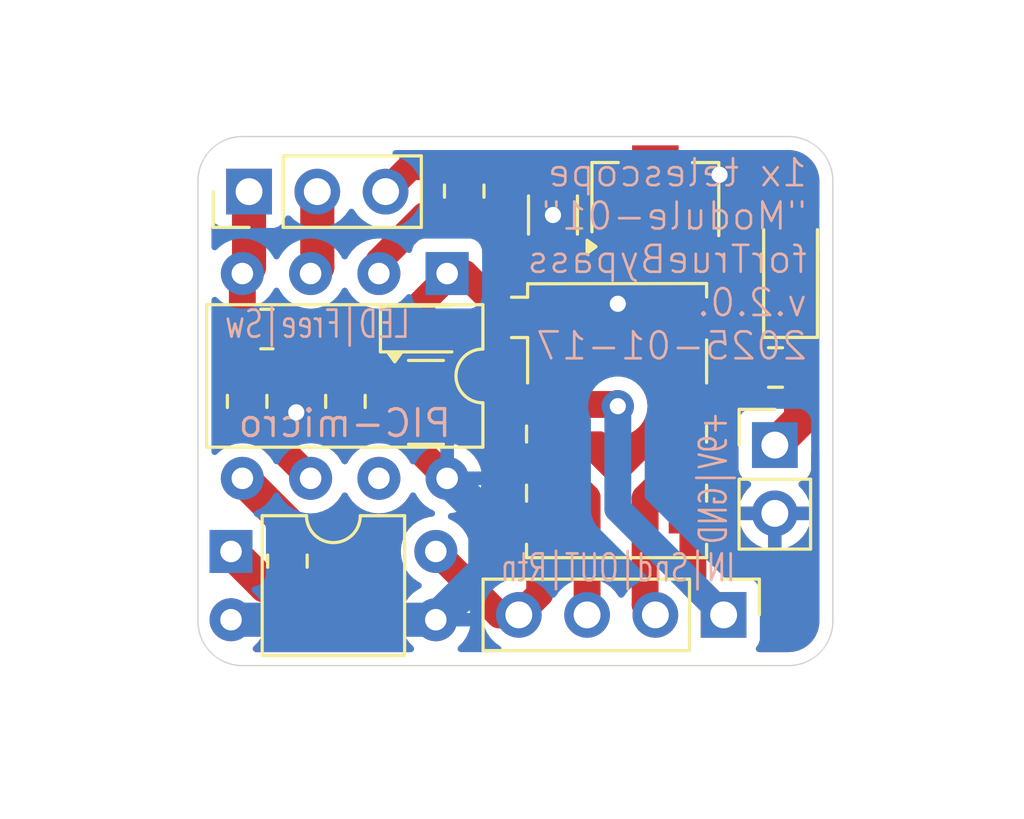
<source format=kicad_pcb>
(kicad_pcb (version 20240108) (generator "pcbnew") (generator_version "8.0")
  (title_block (title "Module01") (date "2025-03-31") (rev "2.0") (company "1x telescope"))
  (layers (0 "F.Cu" signal) (31 "B.Cu" signal) (34 "B.Paste" user) (35 "F.Paste" user) (36 "B.SilkS" user "B.Silkscreen") (37 "F.SilkS" user "F.Silkscreen") (38 "B.Mask" user) (39 "F.Mask" user) (44 "Edge.Cuts" user))
  (net 0 "")
  (net 1 "GND")
  (net 2 "+9V")
  (net 3 "+5V")
  (net 4 "LED")
  (net 5 "Send")
  (net 6 "Relay")
  (net 7 "Coupler")
  (net 8 "Return")
  (net 9 "OUTPUT")
  (net 10 "Switch")
  (net 11 "INPUT")
  (net 12 "Free")
  (net 14 "Net-(Q1-B)")
  (net 15 "Net-(D1-A)")
  (net 16 "Net-(R3-Pad1)")
  (net 17 "Net-(U2-GP5)")
  (footprint "Connector_PinHeader_2.54mm:PinHeader_1x04_P2.54mm_Vertical" (layer "F.Cu") (at 83.7692 43.4949 -90)
    (property "Reference" "J2" (hide yes))
    (property "Value" "Conn_01x07_Pin")
    (fp_line (start -1.33 8.95) (end 1.33 8.95) (stroke (width 0.12)) (layer "F.SilkS"))
    (fp_line (start -1.33 1.27) (end -1.33 8.95) (stroke (width 0.12)) (layer "F.SilkS"))
    (fp_line (start -1.33 1.27) (end 1.33 1.27) (stroke (width 0.12)) (layer "F.SilkS"))
    (fp_line (start 1.33 1.27) (end 1.33 8.95) (stroke (width 0.12)) (layer "F.SilkS"))
    (fp_line (start -1.33 0) (end -1.33 -1.33) (stroke (width 0.12)) (layer "F.SilkS"))
    (fp_line (start -1.33 -1.33) (end 0 -1.33) (stroke (width 0.12)) (layer "F.SilkS"))
    (pad "1" thru_hole rect (at 0 0 270) (size 1.7 1.7) (drill 1) (layers "*.Cu" "*.Mask") (net 11 "INPUT"))
    (pad "2" thru_hole oval (at 0 2.54 270) (size 1.7 1.7) (drill 1) (layers "*.Cu" "*.Mask") (net 5 "Send"))
    (pad "3" thru_hole oval (at 0 5.08 270) (size 1.7 1.7) (drill 1) (layers "*.Cu" "*.Mask") (net 9 "OUTPUT"))
    (pad "4" thru_hole oval (at 0 7.62 270) (size 1.7 1.7) (drill 1) (layers "*.Cu" "*.Mask") (net 8 "Return"))
  )
  (footprint "Diode_SMD:D_SOD-323" (layer "F.Cu") (at 72.61 32.8597)
    (property "Reference" "D1" (hide yes))
    (property "Value" "CD4148W")
    (fp_line (start -1.61 -0.85) (end -1.61 0.85) (stroke (width 0.12)) (layer "F.SilkS"))
    (fp_line (start -1.61 -0.85) (end 1.05 -0.85) (stroke (width 0.12)) (layer "F.SilkS"))
    (fp_line (start -1.61 0.85) (end 1.05 0.85) (stroke (width 0.12)) (layer "F.SilkS"))
    (pad "1" smd roundrect (at -1.05 0) (size 0.6 0.45) (layers "F.Cu" "F.Paste" "F.Mask") (net 3 "+5V"))
    (pad "2" smd roundrect (at 1.05 0) (size 0.6 0.45) (layers "F.Cu" "F.Paste" "F.Mask") (net 15 "Net-(D1-A)"))
  )
  (footprint "Connector_PinHeader_2.54mm:PinHeader_1x03_P2.54mm_Vertical" (layer "F.Cu") (at 66.1112 27.7469 90)
    (property "Reference" "J3" (hide yes))
    (property "Value" "Conn_01x07_Pin")
    (fp_line (start -1.33 -1.33) (end 0 -1.33) (stroke (width 0.12)) (layer "F.SilkS"))
    (fp_line (start -1.33 0) (end -1.33 -1.33) (stroke (width 0.12)) (layer "F.SilkS"))
    (fp_line (start 1.33 1.27) (end 1.33 6.41) (stroke (width 0.12)) (layer "F.SilkS"))
    (fp_line (start -1.33 1.27) (end 1.33 1.27) (stroke (width 0.12)) (layer "F.SilkS"))
    (fp_line (start -1.33 1.27) (end -1.33 6.41) (stroke (width 0.12)) (layer "F.SilkS"))
    (fp_line (start -1.33 6.41) (end 1.33 6.41) (stroke (width 0.12)) (layer "F.SilkS"))
    (pad "1" thru_hole rect (at 0 0 90) (size 1.7 1.7) (drill 1) (layers "*.Cu" "*.Mask") (net 10 "Switch"))
    (pad "2" thru_hole oval (at 0 2.54 90) (size 1.7 1.7) (drill 1) (layers "*.Cu" "*.Mask") (net 12 "Free"))
    (pad "3" thru_hole oval (at 0 5.08 90) (size 1.7 1.7) (drill 1) (layers "*.Cu" "*.Mask") (net 4 "LED"))
  )
  (footprint "Package_DIP:DIP-8_W7.62mm" (layer "F.Cu") (at 73.4822 30.7949 -90)
    (property "Reference" "U2" (hide yes))
    (property "Value" "PIC12F675-xP")
    (fp_line (start 1.16 8.95) (end 6.46 8.95) (stroke (width 0.12)) (layer "F.SilkS"))
    (fp_line (start 6.46 8.95) (end 6.46 -1.33) (stroke (width 0.12)) (layer "F.SilkS"))
    (fp_line (start 1.16 -1.33) (end 1.16 8.95) (stroke (width 0.12)) (layer "F.SilkS"))
    (fp_line (start 2.81 -1.33) (end 1.16 -1.33) (stroke (width 0.12)) (layer "F.SilkS"))
    (fp_line (start 6.46 -1.33) (end 4.81 -1.33) (stroke (width 0.12)) (layer "F.SilkS"))
    (fp_arc (start 4.81 -1.33) (mid 3.81 -0.33) (end 2.81 -1.33) (stroke (width 0.12)) (layer "F.SilkS"))
    (pad "1" thru_hole rect (at 0 0 270) (size 1.6 1.6) (drill 0.8) (layers "*.Cu" "*.Mask") (net 3 "+5V"))
    (pad "2" thru_hole oval (at 0 2.54 270) (size 1.6 1.6) (drill 0.8) (layers "*.Cu" "*.Mask") (net 17 "Net-(U2-GP5)"))
    (pad "3" thru_hole oval (at 0 5.08 270) (size 1.6 1.6) (drill 0.8) (layers "*.Cu" "*.Mask") (net 12 "Free"))
    (pad "4" thru_hole oval (at 0 7.62 270) (size 1.6 1.6) (drill 0.8) (layers "*.Cu" "*.Mask") (net 10 "Switch"))
    (pad "5" thru_hole oval (at 7.62 7.62 270) (size 1.6 1.6) (drill 0.8) (layers "*.Cu" "*.Mask") (net 7 "Coupler"))
    (pad "6" thru_hole oval (at 7.62 5.08 270) (size 1.6 1.6) (drill 0.8) (layers "*.Cu" "*.Mask") (net 6 "Relay"))
    (pad "7" thru_hole oval (at 7.62 2.54 270) (size 1.6 1.6) (drill 0.8) (layers "*.Cu" "*.Mask"))
    (pad "8" thru_hole oval (at 7.62 0 270) (size 1.6 1.6) (drill 0.8) (layers "*.Cu" "*.Mask") (net 1 "GND"))
  )
  (footprint "Connector_PinHeader_2.54mm:PinHeader_1x02_P2.54mm_Vertical" (layer "F.Cu") (at 85.6742 37.1777)
    (property "Reference" "J1" (hide yes))
    (property "Value" "Conn_01x07_Pin")
    (fp_line (start -1.33 -1.33) (end 0 -1.33) (stroke (width 0.12)) (layer "F.SilkS"))
    (fp_line (start -1.33 0) (end -1.33 -1.33) (stroke (width 0.12)) (layer "F.SilkS"))
    (fp_line (start -1.33 1.27) (end -1.33 3.87) (stroke (width 0.12)) (layer "F.SilkS"))
    (fp_line (start -1.33 1.27) (end 1.33 1.27) (stroke (width 0.12)) (layer "F.SilkS"))
    (fp_line (start -1.33 3.87) (end 1.33 3.87) (stroke (width 0.12)) (layer "F.SilkS"))
    (fp_line (start 1.33 1.27) (end 1.33 3.87) (stroke (width 0.12)) (layer "F.SilkS"))
    (pad "1" thru_hole rect (at 0 0) (size 1.7 1.7) (drill 1) (layers "*.Cu" "*.Mask") (net 2 "+9V"))
    (pad "2" thru_hole oval (at 0 2.54) (size 1.7 1.7) (drill 1) (layers "*.Cu" "*.Mask") (net 1 "GND"))
  )
  (footprint "Diode_SMD:D_SOD-123" (layer "F.Cu") (at 86.2584 30.8112 90)
    (property "Reference" "D2" (hide yes))
    (property "Value" "4007")
    (fp_line (start -2.36 -1) (end 1.65 -1) (stroke (width 0.12)) (layer "F.SilkS"))
    (fp_line (start -2.36 -1) (end -2.36 1) (stroke (width 0.12)) (layer "F.SilkS"))
    (fp_line (start -2.36 1) (end 1.65 1) (stroke (width 0.12)) (layer "F.SilkS"))
    (pad "1" smd roundrect (at -1.65 0 90) (size 0.9 1.2) (layers "F.Cu" "F.Paste" "F.Mask") (net 2 "+9V"))
    (pad "2" smd roundrect (at 1.65 0 90) (size 0.9 1.2) (layers "F.Cu" "F.Paste" "F.Mask") (net 1 "GND"))
  )
  (footprint "Package_TO_SOT_SMD:SOT-23" (layer "F.Cu") (at 72.6948 35.5877)
    (property "Reference" "Q1" (hide yes))
    (property "Value" "2N3904")
    (fp_line (start 0 -1.56) (end -0.65 -1.56) (stroke (width 0.12)) (layer "F.SilkS"))
    (fp_line (start 0 -1.56) (end 0.65 -1.56) (stroke (width 0.12)) (layer "F.SilkS"))
    (fp_line (start 0 1.56) (end -0.65 1.56) (stroke (width 0.12)) (layer "F.SilkS"))
    (fp_line (start 0 1.56) (end 0.65 1.56) (stroke (width 0.12)) (layer "F.SilkS"))
    (fp_poly (pts (xy -1.1625 -1.51) (xy -1.4025 -1.84) (xy -0.9225 -1.84) (xy -1.1625 -1.51)) (stroke (width 0.12)) (fill solid) (layer "F.SilkS"))
    (pad "1" smd roundrect (at -0.9375 0.95) (size 1.475 0.6) (layers "F.Cu" "F.Paste" "F.Mask") (net 1 "GND"))
    (pad "2" smd roundrect (at -0.9375 -0.95) (size 1.475 0.6) (layers "F.Cu" "F.Paste" "F.Mask") (net 14 "Net-(Q1-B)"))
    (pad "3" smd roundrect (at 0.9375 0) (size 1.475 0.6) (layers "F.Cu" "F.Paste" "F.Mask") (net 15 "Net-(D1-A)"))
  )
  (footprint "Package_TO_SOT_SMD:SOT-89-3" (layer "F.Cu") (at 81.2292 28.0254 90)
    (property "Reference" "U3" (hide yes))
    (property "Value" "MC78L05_SOT89")
    (fp_line (start -1.22 -2.36) (end 1.36 -2.36) (stroke (width 0.12)) (layer "F.SilkS"))
    (fp_line (start 1.36 -1.38) (end 1.36 -2.36) (stroke (width 0.12)) (layer "F.SilkS"))
    (fp_line (start 1.36 1.38) (end 1.36 2.36) (stroke (width 0.12)) (layer "F.SilkS"))
    (fp_line (start 1.36 2.36) (end -1.36 2.36) (stroke (width 0.12)) (layer "F.SilkS"))
    (fp_poly (pts (xy -1.77 -2.21) (xy -2.01 -2.54) (xy -1.53 -2.54) (xy -1.77 -2.21)) (stroke (width 0.12)) (fill solid) (layer "F.SilkS"))
    (pad "1" smd roundrect (at -1.95 -1.5 90) (size 1.3 0.9) (layers "F.Cu" "F.Paste" "F.Mask") (net 3 "+5V"))
    (pad "2" smd custom (at -1.8625 0 90) (size 1.475 0.9) (layers "F.Cu" "F.Paste" "F.Mask") (net 1 "GND") (options (clearance outline) (anchor rect)) (primitives (gr_poly (pts (xy 3.8625 0.8665) (xy 0.7375 0.8665) (xy 0.7375 -0.8665) (xy 3.8625 -0.8665)) (width 0) (fill yes))))
    (pad "3" smd roundrect (at -1.95 1.5 90) (size 1.3 0.9) (layers "F.Cu" "F.Paste" "F.Mask") (net 2 "+9V"))
  )
  (footprint "Resistor_SMD:R_0805_2012Metric" (layer "F.Cu") (at 66.04 35.5521 90)
    (property "Reference" "R1" (hide yes))
    (property "Value" "1k")
    (fp_line (start -0.227064 -0.735) (end 0.227064 -0.735) (stroke (width 0.12)) (layer "F.SilkS"))
    (fp_line (start -0.227064 0.735) (end 0.227064 0.735) (stroke (width 0.12)) (layer "F.SilkS"))
    (pad "1" smd roundrect (at -0.9125 0 90) (size 1.025 1.4) (layers "F.Cu" "F.Paste" "F.Mask") (roundrect_rratio 0.243902) (net 6 "Relay"))
    (pad "2" smd roundrect (at 0.9125 0 90) (size 1.025 1.4) (layers "F.Cu" "F.Paste" "F.Mask") (roundrect_rratio 0.243902) (net 14 "Net-(Q1-B)"))
  )
  (footprint "Resistor_SMD:R_0805_2012Metric" (layer "F.Cu") (at 67.5386 41.4957 90)
    (property "Reference" "R3" (hide yes))
    (property "Value" "220")
    (fp_line (start -0.227064 -0.735) (end 0.227064 -0.735) (stroke (width 0.12)) (layer "F.SilkS"))
    (fp_line (start -0.227064 0.735) (end 0.227064 0.735) (stroke (width 0.12)) (layer "F.SilkS"))
    (pad "1" smd roundrect (at -0.9125 0 90) (size 1.025 1.4) (layers "F.Cu" "F.Paste" "F.Mask") (roundrect_rratio 0.243902) (net 16 "Net-(R3-Pad1)"))
    (pad "2" smd roundrect (at 0.9125 0 90) (size 1.025 1.4) (layers "F.Cu" "F.Paste" "F.Mask") (roundrect_rratio 0.243902) (net 7 "Coupler"))
  )
  (footprint "Relay_SMD:Relay_DPDT_Omron_G6K-2G-Y" (layer "F.Cu") (at 79.7762 36.2659)
    (property "Reference" "K1" (hide yes))
    (property "Value" "Relay")
    (fp_line (start -3.34 0.8) (end -3.34 0.2) (stroke (width 0.12)) (layer "F.SilkS"))
    (fp_line (start -3.34 3) (end -3.34 2.4) (stroke (width 0.12)) (layer "F.SilkS"))
    (fp_line (start -3.34 5.1) (end -3.34 4.6) (stroke (width 0.12)) (layer "F.SilkS"))
    (fp_line (start -3.3 -5.09) (end -3.3 -4.59) (stroke (width 0.12)) (layer "F.SilkS"))
    (fp_line (start -3.3 -5.09) (end 3.36 -5.1) (stroke (width 0.12)) (layer "F.SilkS"))
    (fp_line (start -3.3 -4.59) (end -3.9 -4.59) (stroke (width 0.12)) (layer "F.SilkS"))
    (fp_line (start -3.3 -3.09) (end -3.9 -3.09) (stroke (width 0.12)) (layer "F.SilkS"))
    (fp_line (start -3.3 -1.4) (end -3.3 -3.09) (stroke (width 0.12)) (layer "F.SilkS"))
    (fp_line (start 3.36 -5.1) (end 3.36 -4.6) (stroke (width 0.12)) (layer "F.SilkS"))
    (fp_line (start 3.36 -3) (end 3.36 -1.4) (stroke (width 0.12)) (layer "F.SilkS"))
    (fp_line (start 3.36 0.2) (end 3.36 0.8) (stroke (width 0.12)) (layer "F.SilkS"))
    (fp_line (start 3.36 2.4) (end 3.36 3) (stroke (width 0.12)) (layer "F.SilkS"))
    (fp_line (start 3.36 4.6) (end 3.36 5.1) (stroke (width 0.12)) (layer "F.SilkS"))
    (fp_line (start 3.36 5.1) (end -3.34 5.1) (stroke (width 0.12)) (layer "F.SilkS"))
    (pad "1" smd rect (at -2.85 -3.8) (size 1.8 0.8) (layers "F.Cu" "F.Paste" "F.Mask") (net 3 "+5V"))
    (pad "2" smd rect (at -2.85 -0.6) (size 1.8 0.8) (layers "F.Cu" "F.Paste" "F.Mask") (net 11 "INPUT"))
    (pad "3" smd rect (at -2.85 1.6) (size 1.8 0.8) (layers "F.Cu" "F.Paste" "F.Mask") (net 9 "OUTPUT"))
    (pad "4" smd rect (at -2.85 3.8) (size 1.8 0.8) (layers "F.Cu" "F.Paste" "F.Mask") (net 8 "Return"))
    (pad "5" smd rect (at 2.85 3.8) (size 1.8 0.8) (layers "F.Cu" "F.Paste" "F.Mask") (net 11 "INPUT"))
    (pad "6" smd rect (at 2.85 1.6) (size 1.8 0.8) (layers "F.Cu" "F.Paste" "F.Mask") (net 5 "Send"))
    (pad "7" smd rect (at 2.85 -0.6) (size 1.8 0.8) (layers "F.Cu" "F.Paste" "F.Mask") (net 1 "GND"))
    (pad "8" smd rect (at 2.85 -3.8) (size 1.8 0.8) (layers "F.Cu" "F.Paste" "F.Mask") (net 15 "Net-(D1-A)"))
  )
  (footprint "Capacitor_SMD:C_0805_2012Metric" (layer "F.Cu") (at 85.6996 34.29 180)
    (property "Reference" "C1" (hide yes))
    (property "Value" "22uF")
    (fp_line (start -0.261252 0.735) (end 0.261252 0.735) (stroke (width 0.12)) (layer "F.SilkS"))
    (fp_line (start -0.261252 -0.735) (end 0.261252 -0.735) (stroke (width 0.12)) (layer "F.SilkS"))
    (pad "1" smd roundrect (at -0.95 0 180) (size 1 1.45) (layers "F.Cu" "F.Paste" "F.Mask") (net 2 "+9V"))
    (pad "2" smd roundrect (at 0.95 0 180) (size 1 1.45) (layers "F.Cu" "F.Paste" "F.Mask") (net 1 "GND"))
  )
  (footprint "Resistor_SMD:R_0805_2012Metric" (layer "F.Cu") (at 66.7747 32.8597 180)
    (property "Reference" "R4" (hide yes))
    (property "Value" "10k")
    (fp_line (start -0.227064 0.735) (end 0.227064 0.735) (stroke (width 0.12)) (layer "F.SilkS"))
    (fp_line (start -0.227064 -0.735) (end 0.227064 -0.735) (stroke (width 0.12)) (layer "F.SilkS"))
    (pad "1" smd roundrect (at -0.9125 0 180) (size 1.025 1.4) (layers "F.Cu" "F.Paste" "F.Mask") (roundrect_rratio 0.243902) (net 3 "+5V"))
    (pad "2" smd roundrect (at 0.9125 0 180) (size 1.025 1.4) (layers "F.Cu" "F.Paste" "F.Mask") (roundrect_rratio 0.243902) (net 10 "Switch"))
  )
  (footprint "Package_DIP:DIP-4_W7.62mm" (layer "F.Cu") (at 65.4404 41.1351)
    (property "Reference" "U1" (hide yes))
    (property "Value" "PC817")
    (fp_line (start 1.16 -1.33) (end 1.16 3.87) (stroke (width 0.12)) (layer "F.SilkS"))
    (fp_line (start 1.16 3.87) (end 6.46 3.87) (stroke (width 0.12)) (layer "F.SilkS"))
    (fp_line (start 2.81 -1.33) (end 1.16 -1.33) (stroke (width 0.12)) (layer "F.SilkS"))
    (fp_line (start 6.46 -1.33) (end 4.81 -1.33) (stroke (width 0.12)) (layer "F.SilkS"))
    (fp_line (start 6.46 3.87) (end 6.46 -1.33) (stroke (width 0.12)) (layer "F.SilkS"))
    (fp_arc (start 4.81 -1.33) (mid 3.81 -0.33) (end 2.81 -1.33) (stroke (width 0.12)) (layer "F.SilkS"))
    (pad "1" thru_hole rect (at 0 0) (size 1.6 1.6) (drill 0.8) (layers "*.Cu" "*.Mask") (net 16 "Net-(R3-Pad1)"))
    (pad "2" thru_hole oval (at 0 2.54) (size 1.6 1.6) (drill 0.8) (layers "*.Cu" "*.Mask") (net 1 "GND"))
    (pad "3" thru_hole oval (at 7.62 2.54) (size 1.6 1.6) (drill 0.8) (layers "*.Cu" "*.Mask") (net 1 "GND"))
    (pad "4" thru_hole oval (at 7.62 0) (size 1.6 1.6) (drill 0.8) (layers "*.Cu" "*.Mask") (net 8 "Return"))
  )
  (footprint "Resistor_SMD:R_0805_2012Metric" (layer "F.Cu") (at 74.1172 27.7289 90)
    (property "Reference" "R5" (hide yes))
    (property "Value" "4k7")
    (fp_line (start -0.227064 -0.735) (end 0.227064 -0.735) (stroke (width 0.12)) (layer "F.SilkS"))
    (fp_line (start -0.227064 0.735) (end 0.227064 0.735) (stroke (width 0.12)) (layer "F.SilkS"))
    (pad "1" smd roundrect (at -0.9125 0 90) (size 1.025 1.4) (layers "F.Cu" "F.Paste" "F.Mask") (roundrect_rratio 0.243902) (net 17 "Net-(U2-GP5)"))
    (pad "2" smd roundrect (at 0.9125 0 90) (size 1.025 1.4) (layers "F.Cu" "F.Paste" "F.Mask") (roundrect_rratio 0.243902) (net 4 "LED"))
  )
  (footprint "Capacitor_SMD:C_1206_3216Metric" (layer "F.Cu") (at 77.4192 28.6179 90)
    (property "Reference" "C2" (hide yes))
    (property "Value" "47uF")
    (fp_line (start -0.711252 -0.91) (end 0.711252 -0.91) (stroke (width 0.12)) (layer "F.SilkS"))
    (fp_line (start -0.711252 0.91) (end 0.711252 0.91) (stroke (width 0.12)) (layer "F.SilkS"))
    (pad "1" smd roundrect (at -1.475 0 90) (size 1.15 1.8) (layers "F.Cu" "F.Paste" "F.Mask") (roundrect_rratio 0.217391) (net 3 "+5V"))
    (pad "2" smd roundrect (at 1.475 0 90) (size 1.15 1.8) (layers "F.Cu" "F.Paste" "F.Mask") (roundrect_rratio 0.217391) (net 1 "GND"))
  )
  (footprint "Resistor_SMD:R_0805_2012Metric" (layer "F.Cu") (at 69.6976 35.5521 90)
    (property "Reference" "R2" (hide yes))
    (property "Value" "10k")
    (fp_line (start -0.227064 -0.735) (end 0.227064 -0.735) (stroke (width 0.12)) (layer "F.SilkS"))
    (fp_line (start -0.227064 0.735) (end 0.227064 0.735) (stroke (width 0.12)) (layer "F.SilkS"))
    (pad "1" smd roundrect (at -0.9125 0 90) (size 1.025 1.4) (layers "F.Cu" "F.Paste" "F.Mask") (roundrect_rratio 0.243902) (net 1 "GND"))
    (pad "2" smd roundrect (at 0.9125 0 90) (size 1.025 1.4) (layers "F.Cu" "F.Paste" "F.Mask") (roundrect_rratio 0.243902) (net 14 "Net-(Q1-B)"))
  )
  (gr_line (start 65.8622 45.3819) (end 86.1822 45.3819) (stroke (width 0.05)) (layer "Edge.Cuts"))
  (gr_arc (start 87.8332 43.7309) (mid 87.349633 44.898333) (end 86.1822 45.3819) (stroke (width 0.05)) (layer "Edge.Cuts"))
  (gr_line (start 64.2112 27.3479) (end 64.2112 43.7309) (stroke (width 0.05)) (layer "Edge.Cuts"))
  (gr_arc (start 64.2112 27.3479) (mid 64.694767 26.180467) (end 65.8622 25.6969) (stroke (width 0.05)) (layer "Edge.Cuts"))
  (gr_arc (start 65.8622 45.3819) (mid 64.694767 44.898333) (end 64.2112 43.7309) (stroke (width 0.05)) (layer "Edge.Cuts"))
  (gr_arc (start 86.1822 25.6969) (mid 87.349633 26.180467) (end 87.8332 27.3479) (stroke (width 0.05)) (layer "Edge.Cuts"))
  (gr_line (start 65.8622 25.6969) (end 86.1822 25.6969) (stroke (width 0.05)) (layer "Edge.Cuts"))
  (gr_line (start 87.8332 27.3479) (end 87.8332 43.7309) (stroke (width 0.05)) (layer "Edge.Cuts"))
  (gr_text "LED|Free|Sw" (at 68.6562 32.6819 0) (layer "B.SilkS") (effects (font (size 1 0.7) (thickness 0.1)) (justify mirror)))
  (gr_text "1x telescope\n{dblquote}Module-01{dblquote}\nforTrueBypass\nv.2.0.\n2025-01-17" (at 86.9442 30.2689 0) (layer "B.SilkS") (effects (font (size 1 1) (thickness 0.1)) (justify left mirror)))
  (gr_text "PIC-micro" (at 69.6722 36.3649 0) (layer "B.SilkS") (effects (font (size 1 1) (thickness 0.125)) (justify mirror)))
  (gr_text "IN|Snd|OUT|Rtn" (at 79.8322 42.3339 0) (layer "B.SilkS") (effects (font (size 1 0.7) (thickness 0.1)) (justify bottom mirror)))
  (gr_text "+9V|GND" (at 83.3882 38.3969 90) (layer "B.SilkS") (effects (font (size 1 0.7) (thickness 0.1)) (justify mirror)))
  (segment (start 71.7573 36.69) (end 73.4822 38.4149) (width 1) (layer "F.Cu") (net 1))
  (segment (start 71.6842 36.4646) (end 71.7573 36.5377) (width 1) (layer "F.Cu") (net 1))
  (segment (start 82.6262 35.6659) (end 83.0712 35.6659) (width 1) (layer "F.Cu") (net 1))
  (segment (start 69.6976 36.4646) (end 68.3749 36.4646) (width 1) (layer "F.Cu") (net 1))
  (segment (start 68.3749 36.4646) (end 67.8688 35.9585) (width 1) (layer "F.Cu") (net 1))
  (segment (start 69.6976 36.4646) (end 71.6842 36.4646) (width 1) (layer "F.Cu") (net 1))
  (segment (start 71.7573 36.5377) (end 71.7573 36.69) (width 1) (layer "F.Cu") (net 1))
  (via (at 67.8688 35.9585) (size 1.2) (drill 0.6) (layers "F.Cu" "B.Cu") (net 1))
  (via (at 83.6168 27.1193) (size 1.2) (drill 0.6) (layers "F.Cu" "B.Cu") (net 1))
  (via (at 79.8322 31.9199) (size 1.2) (drill 0.6) (layers "F.Cu" "B.Cu") (net 1))
  (via (at 77.4192 28.6179) (size 1.2) (drill 0.6) (layers "F.Cu" "B.Cu") (net 1))
  (segment (start 74.9046 41.8309) (end 74.9046 39.8373) (width 1.27) (layer "B.Cu") (net 1))
  (segment (start 65.4404 43.6751) (end 73.0604 43.6751) (width 1.27) (layer "B.Cu") (net 1))
  (segment (start 73.0604 43.6751) (end 74.9046 41.8309) (width 1.27) (layer "B.Cu") (net 1))
  (segment (start 74.9046 39.8373) (end 73.4822 38.4149) (width 1.27) (layer "B.Cu") (net 1))
  (segment (start 82.7292 29.9754) (end 83.7726 29.9754) (width 1.27) (layer "F.Cu") (net 2))
  (segment (start 86.6496 34.29) (end 86.6496 36.2023) (width 1.27) (layer "F.Cu") (net 2))
  (segment (start 86.6496 36.2023) (end 85.6742 37.1777) (width 1.27) (layer "F.Cu") (net 2))
  (segment (start 86.6496 34.29) (end 86.6496 32.8524) (width 1.27) (layer "F.Cu") (net 2))
  (segment (start 83.7726 29.9754) (end 86.2584 32.4612) (width 1.27) (layer "F.Cu") (net 2))
  (segment (start 86.6496 32.8524) (end 86.2584 32.4612) (width 1.27) (layer "F.Cu") (net 2))
  (segment (start 77.4192 31.9729) (end 76.9262 32.4659) (width 1) (layer "F.Cu") (net 3))
  (segment (start 76.9262 32.4659) (end 77.2387 32.4659) (width 1) (layer "F.Cu") (net 3))
  (segment (start 73.4822 30.7949) (end 73.4822 30.9375) (width 1) (layer "F.Cu") (net 3))
  (segment (start 77.4192 30.0929) (end 77.4192 31.9729) (width 1) (layer "F.Cu") (net 3))
  (segment (start 76.9262 32.4659) (end 75.8062 32.4659) (width 1) (layer "F.Cu") (net 3))
  (segment (start 73.4822 30.9375) (end 71.56 32.8597) (width 1) (layer "F.Cu") (net 3))
  (segment (start 77.4192 30.0929) (end 79.6117 30.0929) (width 1) (layer "F.Cu") (net 3))
  (segment (start 79.6117 30.0929) (end 79.7292 29.9754) (width 1) (layer "F.Cu") (net 3))
  (segment (start 75.8062 32.4659) (end 74.1352 30.7949) (width 1) (layer "F.Cu") (net 3))
  (segment (start 76.9262 32.4659) (end 76.9328 32.4725) (width 1) (layer "F.Cu") (net 3))
  (segment (start 67.6872 32.8597) (end 71.56 32.8597) (width 1) (layer "F.Cu") (net 3))
  (segment (start 74.1352 30.7949) (end 73.4822 30.7949) (width 1) (layer "F.Cu") (net 3))
  (segment (start 72.1217 26.8164) (end 74.1172 26.8164) (width 1) (layer "F.Cu") (net 4))
  (segment (start 71.1912 27.7469) (end 72.1217 26.8164) (width 1) (layer "F.Cu") (net 4))
  (segment (start 82.1262 37.8659) (end 80.8482 39.1439) (width 1) (layer "F.Cu") (net 5))
  (segment (start 82.6262 37.8659) (end 82.1262 37.8659) (width 1) (layer "F.Cu") (net 5))
  (segment (start 80.8482 39.1439) (end 80.8482 43.1139) (width 1) (layer "F.Cu") (net 5))
  (segment (start 80.8482 43.1139) (end 81.2292 43.4949) (width 1) (layer "F.Cu") (net 5))
  (segment (start 66.04 36.4646) (end 66.4519 36.4646) (width 1) (layer "F.Cu") (net 6))
  (segment (start 66.4519 36.4646) (end 68.4022 38.4149) (width 1) (layer "F.Cu") (net 6))
  (segment (start 67.5386 40.0913) (end 67.5386 40.5832) (width 1.27) (layer "F.Cu") (net 7))
  (segment (start 65.8622 38.4149) (end 67.5386 40.0913) (width 1.27) (layer "F.Cu") (net 7))
  (segment (start 76.9262 42.7179) (end 76.1492 43.4949) (width 1) (layer "F.Cu") (net 8))
  (segment (start 76.1492 43.4949) (end 75.4202 43.4949) (width 1) (layer "F.Cu") (net 8))
  (segment (start 75.4202 43.4949) (end 73.0604 41.1351) (width 1) (layer "F.Cu") (net 8))
  (segment (start 76.9262 40.0659) (end 76.9262 42.7179) (width 1) (layer "F.Cu") (net 8))
  (segment (start 76.9262 37.8659) (end 77.4262 37.8659) (width 1) (layer "F.Cu") (net 9))
  (segment (start 77.4262 37.8659) (end 78.6892 39.1289) (width 1) (layer "F.Cu") (net 9))
  (segment (start 78.6892 39.1289) (end 78.6892 43.4949) (width 1) (layer "F.Cu") (net 9))
  (segment (start 66.1112 27.7469) (end 66.1112 30.5459) (width 1.27) (layer "F.Cu") (net 10))
  (segment (start 65.8622 32.8597) (end 65.8622 30.7949) (width 1) (layer "F.Cu") (net 10))
  (segment (start 66.1112 30.5459) (end 65.8622 30.7949) (width 1.27) (layer "F.Cu") (net 10))
  (segment (start 82.6262 40.0659) (end 82.6262 42.3519) (width 1) (layer "F.Cu") (net 11))
  (segment (start 76.9262 35.6659) (end 79.7682 35.6659) (width 1) (layer "F.Cu") (net 11))
  (segment (start 82.6262 42.3519) (end 83.7692 43.4949) (width 1) (layer "F.Cu") (net 11))
  (segment (start 79.7682 35.6659) (end 79.8322 35.7299) (width 1) (layer "F.Cu") (net 11))
  (via (at 79.8322 35.7299) (size 1.2) (drill 0.6) (layers "F.Cu" "B.Cu") (net 11))
  (segment (start 79.8322 39.5579) (end 83.7692 43.4949) (width 1) (layer "B.Cu") (net 11))
  (segment (start 79.8322 35.7299) (end 79.8322 39.5579) (width 1) (layer "B.Cu") (net 11))
  (segment (start 68.6512 30.5459) (end 68.4022 30.7949) (width 1.27) (layer "F.Cu") (net 12))
  (segment (start 68.6512 27.7469) (end 68.6512 30.5459) (width 1.27) (layer "F.Cu") (net 12))
  (segment (start 69.6976 34.6396) (end 71.7554 34.6396) (width 1) (layer "F.Cu") (net 14))
  (segment (start 66.04 34.6396) (end 69.6976 34.6396) (width 1) (layer "F.Cu") (net 14))
  (segment (start 71.7554 34.6396) (end 71.7573 34.6377) (width 1) (layer "F.Cu") (net 14))
  (segment (start 73.66 35.56) (end 73.6323 35.5877) (width 1) (layer "F.Cu") (net 15))
  (segment (start 82.6262 32.4659) (end 81.4196 33.6725) (width 1) (layer "F.Cu") (net 15))
  (segment (start 73.66 32.8597) (end 73.66 33.6725) (width 1) (layer "F.Cu") (net 15))
  (segment (start 81.4196 33.6725) (end 73.66 33.6725) (width 1) (layer "F.Cu") (net 15))
  (segment (start 73.66 33.6725) (end 73.66 35.56) (width 1) (layer "F.Cu") (net 15))
  (segment (start 66.7135 42.4082) (end 65.4404 41.1351) (width 1.27) (layer "F.Cu") (net 16))
  (segment (start 67.5386 42.4082) (end 66.7135 42.4082) (width 1.27) (layer "F.Cu") (net 16))
  (segment (start 70.9422 30.7949) (end 70.9422 30.3349) (width 1) (layer "F.Cu") (net 17))
  (segment (start 72.6357 28.6414) (end 74.1172 28.6414) (width 1) (layer "F.Cu") (net 17))
  (segment (start 70.9422 30.3349) (end 72.6357 28.6414) (width 1) (layer "F.Cu") (net 17))
  (zone (net 1) (net_name "GND") (layers "F&B.Cu") (connect_pads (clearance 0.5)) (min_thickness 0.25) (fill yes (thermal_gap 0.5) (thermal_bridge_width 0.5) (smoothing fillet))
    (polygon (pts (xy 56.8452 20.6169) (xy 56.8452 51.0969) (xy 94.9452 51.0969) (xy 94.9452 20.6169)))
  )
)
</source>
